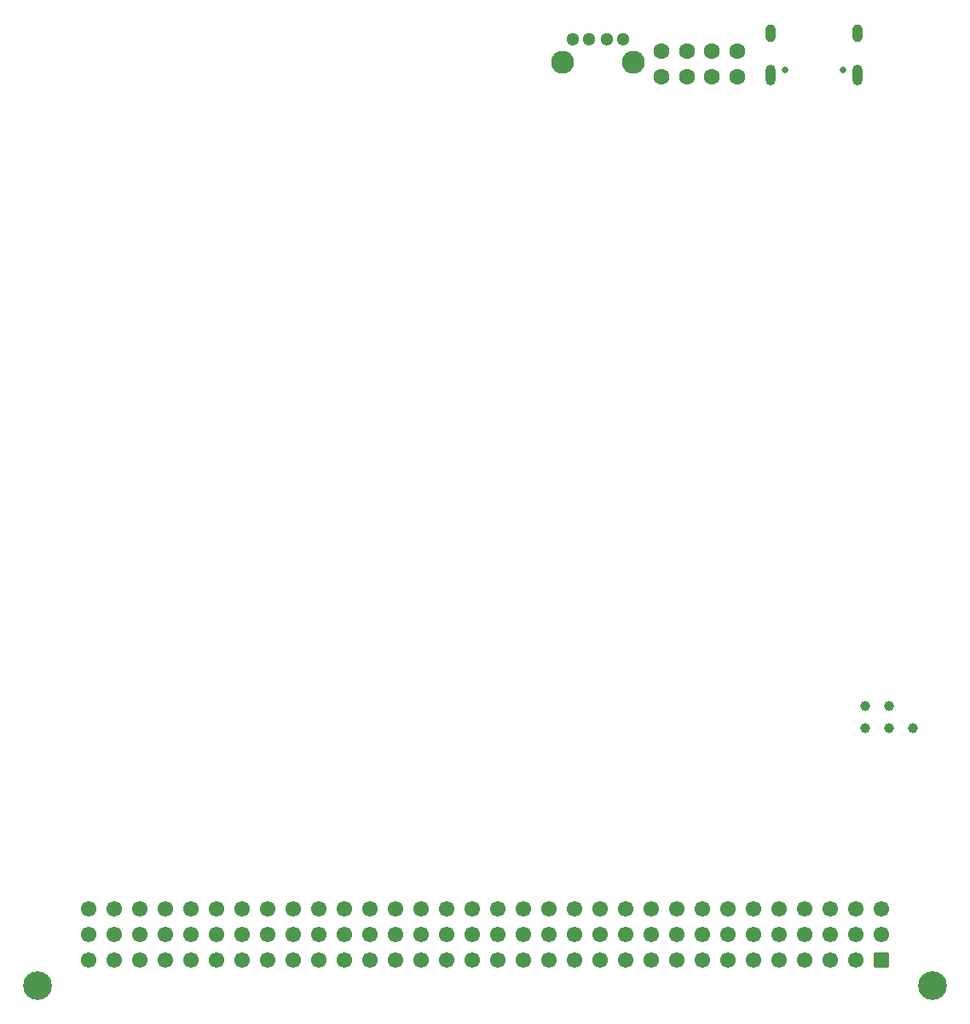
<source format=gbr>
%TF.GenerationSoftware,KiCad,Pcbnew,8.0.9-8.0.9-0~ubuntu24.04.1*%
%TF.CreationDate,2025-02-19T21:33:28+00:00*%
%TF.ProjectId,base-module,62617365-2d6d-46f6-9475-6c652e6b6963,1.0.0*%
%TF.SameCoordinates,Original*%
%TF.FileFunction,Soldermask,Bot*%
%TF.FilePolarity,Negative*%
%FSLAX46Y46*%
G04 Gerber Fmt 4.6, Leading zero omitted, Abs format (unit mm)*
G04 Created by KiCad (PCBNEW 8.0.9-8.0.9-0~ubuntu24.04.1) date 2025-02-19 21:33:28*
%MOMM*%
%LPD*%
G01*
G04 APERTURE LIST*
G04 Aperture macros list*
%AMRoundRect*
0 Rectangle with rounded corners*
0 $1 Rounding radius*
0 $2 $3 $4 $5 $6 $7 $8 $9 X,Y pos of 4 corners*
0 Add a 4 corners polygon primitive as box body*
4,1,4,$2,$3,$4,$5,$6,$7,$8,$9,$2,$3,0*
0 Add four circle primitives for the rounded corners*
1,1,$1+$1,$2,$3*
1,1,$1+$1,$4,$5*
1,1,$1+$1,$6,$7*
1,1,$1+$1,$8,$9*
0 Add four rect primitives between the rounded corners*
20,1,$1+$1,$2,$3,$4,$5,0*
20,1,$1+$1,$4,$5,$6,$7,0*
20,1,$1+$1,$6,$7,$8,$9,0*
20,1,$1+$1,$8,$9,$2,$3,0*%
G04 Aperture macros list end*
%ADD10C,1.600000*%
%ADD11C,0.650000*%
%ADD12O,1.000000X2.100000*%
%ADD13O,1.000000X1.800000*%
%ADD14C,2.850000*%
%ADD15RoundRect,0.249999X0.525001X0.525001X-0.525001X0.525001X-0.525001X-0.525001X0.525001X-0.525001X0*%
%ADD16C,1.550000*%
%ADD17C,1.300000*%
%ADD18C,2.286000*%
%ADD19C,1.000000*%
G04 APERTURE END LIST*
D10*
%TO.C,LED300*%
X106863600Y-55785000D03*
X109403600Y-55785000D03*
X106863600Y-58325000D03*
X109403600Y-58325000D03*
%TD*%
D11*
%TO.C,J800*%
X124940000Y-57640000D03*
X119160000Y-57640000D03*
D12*
X126370000Y-58140000D03*
D13*
X126370000Y-53960000D03*
D12*
X117730000Y-58140000D03*
D13*
X117730000Y-53960000D03*
%TD*%
D14*
%TO.C,J200*%
X133820000Y-148515000D03*
X44920000Y-148515000D03*
D15*
X128740000Y-145975000D03*
D16*
X126200000Y-145975000D03*
X123660000Y-145975000D03*
X121120000Y-145975000D03*
X118580000Y-145975000D03*
X116040000Y-145975000D03*
X113500000Y-145975000D03*
X110960000Y-145975000D03*
X108420000Y-145975000D03*
X105880000Y-145975000D03*
X103340000Y-145975000D03*
X100800000Y-145975000D03*
X98260000Y-145975000D03*
X95720000Y-145975000D03*
X93180000Y-145975000D03*
X90640000Y-145975000D03*
X88100000Y-145975000D03*
X85560000Y-145975000D03*
X83020000Y-145975000D03*
X80480000Y-145975000D03*
X77940000Y-145975000D03*
X75400000Y-145975000D03*
X72860000Y-145975000D03*
X70320000Y-145975000D03*
X67780000Y-145975000D03*
X65240000Y-145975000D03*
X62700000Y-145975000D03*
X60160000Y-145975000D03*
X57620000Y-145975000D03*
X55080000Y-145975000D03*
X52540000Y-145975000D03*
X50000000Y-145975000D03*
X128740000Y-143435000D03*
X126200000Y-143435000D03*
X123660000Y-143435000D03*
X121120000Y-143435000D03*
X118580000Y-143435000D03*
X116040000Y-143435000D03*
X113500000Y-143435000D03*
X110960000Y-143435000D03*
X108420000Y-143435000D03*
X105880000Y-143435000D03*
X103340000Y-143435000D03*
X100800000Y-143435000D03*
X98260000Y-143435000D03*
X95720000Y-143435000D03*
X93180000Y-143435000D03*
X90640000Y-143435000D03*
X88100000Y-143435000D03*
X85560000Y-143435000D03*
X83020000Y-143435000D03*
X80480000Y-143435000D03*
X77940000Y-143435000D03*
X75400000Y-143435000D03*
X72860000Y-143435000D03*
X70320000Y-143435000D03*
X67780000Y-143435000D03*
X65240000Y-143435000D03*
X62700000Y-143435000D03*
X60160000Y-143435000D03*
X57620000Y-143435000D03*
X55080000Y-143435000D03*
X52540000Y-143435000D03*
X50000000Y-143435000D03*
X128740000Y-140895000D03*
X126200000Y-140895000D03*
X123660000Y-140895000D03*
X121120000Y-140895000D03*
X118580000Y-140895000D03*
X116040000Y-140895000D03*
X113500000Y-140895000D03*
X110960000Y-140895000D03*
X108420000Y-140895000D03*
X105880000Y-140895000D03*
X103340000Y-140895000D03*
X100800000Y-140895000D03*
X98260000Y-140895000D03*
X95720000Y-140895000D03*
X93180000Y-140895000D03*
X90640000Y-140895000D03*
X88100000Y-140895000D03*
X85560000Y-140895000D03*
X83020000Y-140895000D03*
X80480000Y-140895000D03*
X77940000Y-140895000D03*
X75400000Y-140895000D03*
X72860000Y-140895000D03*
X70320000Y-140895000D03*
X67780000Y-140895000D03*
X65240000Y-140895000D03*
X62700000Y-140895000D03*
X60160000Y-140895000D03*
X57620000Y-140895000D03*
X55080000Y-140895000D03*
X52540000Y-140895000D03*
X50000000Y-140895000D03*
%TD*%
D17*
%TO.C,SW400*%
X103080000Y-54575000D03*
X101450000Y-54575000D03*
X99710000Y-54575000D03*
X98080000Y-54575000D03*
D18*
X104080000Y-56825000D03*
X97080000Y-56825000D03*
%TD*%
D10*
%TO.C,LED301*%
X111913600Y-55785000D03*
X114453600Y-55785000D03*
X111913600Y-58325000D03*
X114453600Y-58325000D03*
%TD*%
D19*
%TO.C,TP704*%
X127100000Y-122975000D03*
%TD*%
%TO.C,TP706*%
X131900000Y-122975000D03*
%TD*%
%TO.C,TP703*%
X129500000Y-120775000D03*
%TD*%
%TO.C,TP702*%
X127100000Y-120775000D03*
%TD*%
%TO.C,TP705*%
X129500000Y-122975000D03*
%TD*%
M02*

</source>
